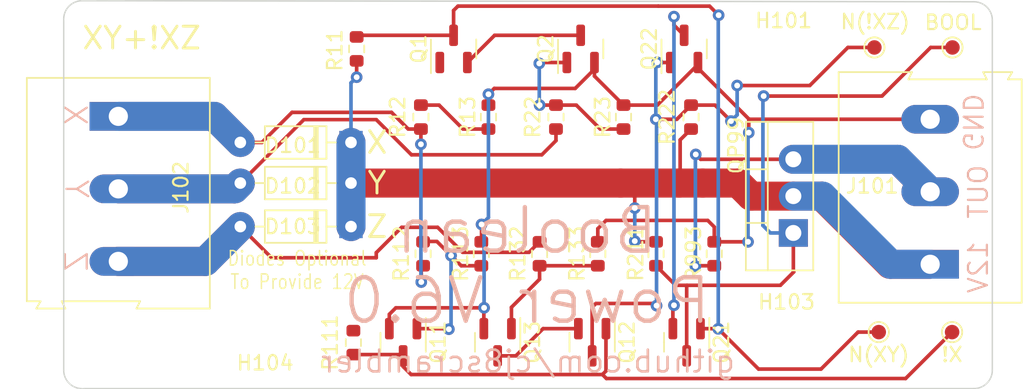
<source format=kicad_pcb>
(kicad_pcb (version 20211014) (generator pcbnew)
  (layers (0 "F.Cu" signal) (31 "B.Cu" signal) (34 "B.Paste" user) (35 "F.Paste" user) (36 "B.SilkS" user "B.Silkscreen") (37 "F.SilkS" user "F.Silkscreen") (38 "B.Mask" user) (39 "F.Mask" user) (44 "Edge.Cuts" user))
  (net 0 "")
  (net 1 "X")
  (net 2 "Y")
  (net 3 "+12V")
  (net 4 "OUT")
  (net 5 "GND")
  (net 6 "BOOLEAN")
  (net 7 "Z")
  (net 8 "Net-(Q11-Pad1)")
  (net 9 "Net-(Q12-Pad1)")
  (net 10 "Net-(Q12-Pad2)")
  (net 11 "Net-(Q12-Pad3)")
  (net 12 "Net-(Q13-Pad1)")
  (net 13 "Net-(Q21-Pad2)")
  (net 14 "Net-(Q1-Pad1)")
  (net 15 "Net-(Q2-Pad3)")
  (net 16 "Net-(Q1-Pad3)")
  (net 17 "Net-(Q2-Pad1)")
  (footprint "Resistor_SMD:R_0603_1608Metric" (layer "F.Cu") (at 134.875 96.85 90)
    (fp_text reference "R13" (at 0 -1.43 90) (layer "F.SilkS"))
    (fp_text value "10K")
    (fp_line (start -0.237258 0.5225) (end 0.237258 0.5225) (layer "F.SilkS") (width 0.12))
    (fp_line (start -0.237258 -0.5225) (end 0.237258 -0.5225) (layer "F.SilkS") (width 0.12))
    (pad "1" smd roundrect locked (at -0.825 0 90) (size 0.8 0.95) (layers "F.Cu" "F.Paste" "F.Mask") (net 14 "Net-(Q1-Pad1)"))
    (pad "2" smd roundrect locked (at 0.825 0 90) (size 0.8 0.95) (layers "F.Cu" "F.Paste" "F.Mask") (net 5 "GND"))
  )
  (footprint "Resistor_SMD:R_0603_1608Metric" (layer "F.Cu") (at 125.8 92.15 90)
    (fp_text reference "R11" (at -0.1 -1.5 90) (layer "F.SilkS"))
    (fp_text value "10K")
    (fp_line (start -0.237258 0.5225) (end 0.237258 0.5225) (layer "F.SilkS") (width 0.12))
    (fp_line (start -0.237258 -0.5225) (end 0.237258 -0.5225) (layer "F.SilkS") (width 0.12))
    (pad "1" smd roundrect locked (at -0.825 0 90) (size 0.8 0.95) (layers "F.Cu" "F.Paste" "F.Mask") (net 3 "+12V"))
    (pad "2" smd roundrect locked (at 0.825 0 90) (size 0.8 0.95) (layers "F.Cu" "F.Paste" "F.Mask") (net 16 "Net-(Q1-Pad3)"))
  )
  (footprint "TestPoint:TestPoint_Pad_D1.0mm" (layer "F.Cu") (at 161.75 111.675)
    (fp_text reference "TP101")
    (fp_text value "N(XY)" (at 0 1.55) (layer "F.SilkS"))
    (fp_circle (center 0 0) (end 0 0.7) (layer "F.SilkS") (width 0.12) (fill none))
    (pad "1" smd circle locked (at 0 0) (size 1 1) (layers "F.Cu" "F.Mask") (net 16 "Net-(Q1-Pad3)"))
  )
  (footprint "Package_TO_SOT_SMD:SOT-23" (layer "F.Cu") (at 129 112.375 -90)
    (fp_text reference "Q11" (at 0 -2.4 90) (layer "F.SilkS"))
    (fp_text value "BS170F")
    (fp_line (start 0 -1.56) (end 0.65 -1.56) (layer "F.SilkS") (width 0.12))
    (fp_line (start 0 1.56) (end -0.65 1.56) (layer "F.SilkS") (width 0.12))
    (fp_line (start 0 -1.56) (end -1.675 -1.56) (layer "F.SilkS") (width 0.12))
    (fp_line (start 0 1.56) (end 0.65 1.56) (layer "F.SilkS") (width 0.12))
    (pad "1" smd roundrect locked (at -0.9375 -0.95 270) (size 1.475 0.6) (layers "F.Cu" "F.Paste" "F.Mask") (net 8 "Net-(Q11-Pad1)"))
    (pad "2" smd roundrect locked (at -0.9375 0.95 270) (size 1.475 0.6) (layers "F.Cu" "F.Paste" "F.Mask") (net 5 "GND"))
    (pad "3" smd roundrect locked (at 0.9375 0 270) (size 1.475 0.6) (layers "F.Cu" "F.Paste" "F.Mask") (net 9 "Net-(Q12-Pad1)"))
  )
  (footprint "Resistor_SMD:R_0603_1608Metric" (layer "F.Cu") (at 138.395 106.275 -90)
    (fp_text reference "R132" (at 0 1.5 90) (layer "F.SilkS"))
    (fp_text value "512")
    (fp_line (start -0.237258 0.5225) (end 0.237258 0.5225) (layer "F.SilkS") (width 0.12))
    (fp_line (start -0.237258 -0.5225) (end 0.237258 -0.5225) (layer "F.SilkS") (width 0.12))
    (pad "1" smd roundrect locked (at -0.825 0 270) (size 0.8 0.95) (layers "F.Cu" "F.Paste" "F.Mask") (net 7 "Z"))
    (pad "2" smd roundrect locked (at 0.825 0 270) (size 0.8 0.95) (layers "F.Cu" "F.Paste" "F.Mask") (net 12 "Net-(Q13-Pad1)"))
  )
  (footprint "Resistor_SMD:R_0603_1608Metric" (layer "F.Cu") (at 150.425 106.275 90)
    (fp_text reference "R993" (at 0 -1.43 90) (layer "F.SilkS"))
    (fp_text value "10K")
    (fp_line (start -0.237258 -0.5225) (end 0.237258 -0.5225) (layer "F.SilkS") (width 0.12))
    (fp_line (start -0.237258 0.5225) (end 0.237258 0.5225) (layer "F.SilkS") (width 0.12))
    (pad "1" smd roundrect locked (at -0.825 0 90) (size 0.8 0.95) (layers "F.Cu" "F.Paste" "F.Mask") (net 4 "OUT"))
    (pad "2" smd roundrect locked (at 0.825 0 90) (size 0.8 0.95) (layers "F.Cu" "F.Paste" "F.Mask") (net 5 "GND"))
  )
  (footprint "Package_TO_SOT_SMD:SOT-23" (layer "F.Cu") (at 132.475 92.15 90)
    (fp_text reference "Q1" (at 0 -2.4 90) (layer "F.SilkS"))
    (fp_text value "BS170F")
    (fp_line (start 0 -1.56) (end 0.65 -1.56) (layer "F.SilkS") (width 0.12))
    (fp_line (start 0 1.56) (end -0.65 1.56) (layer "F.SilkS") (width 0.12))
    (fp_line (start 0 1.56) (end 0.65 1.56) (layer "F.SilkS") (width 0.12))
    (fp_line (start 0 -1.56) (end -1.675 -1.56) (layer "F.SilkS") (width 0.12))
    (pad "1" smd roundrect locked (at -0.9375 -0.95 90) (size 1.475 0.6) (layers "F.Cu" "F.Paste" "F.Mask") (net 14 "Net-(Q1-Pad1)"))
    (pad "2" smd roundrect locked (at -0.9375 0.95 90) (size 1.475 0.6) (layers "F.Cu" "F.Paste" "F.Mask") (net 15 "Net-(Q2-Pad3)"))
    (pad "3" smd roundrect locked (at 0.9375 0 90) (size 1.475 0.6) (layers "F.Cu" "F.Paste" "F.Mask") (net 16 "Net-(Q1-Pad3)"))
  )
  (footprint "Resistor_SMD:R_0603_1608Metric" (layer "F.Cu") (at 148.825 96.85 90)
    (fp_text reference "R222" (at 0 -1.65 90) (layer "F.SilkS"))
    (fp_text value "10K")
    (fp_line (start -0.237258 0.5225) (end 0.237258 0.5225) (layer "F.SilkS") (width 0.12))
    (fp_line (start -0.237258 -0.5225) (end 0.237258 -0.5225) (layer "F.SilkS") (width 0.12))
    (pad "1" smd roundrect locked (at -0.825 0 90) (size 0.8 0.95) (layers "F.Cu" "F.Paste" "F.Mask") (net 3 "+12V"))
    (pad "2" smd roundrect locked (at 0.825 0 90) (size 0.8 0.95) (layers "F.Cu" "F.Paste" "F.Mask") (net 11 "Net-(Q12-Pad3)"))
  )
  (footprint "Resistor_SMD:R_0603_1608Metric" (layer "F.Cu") (at 125.575 112.4 -90)
    (fp_text reference "R111" (at 0 1.6 -270) (layer "F.SilkS"))
    (fp_text value "10K")
    (fp_line (start -0.237258 -0.5225) (end 0.237258 -0.5225) (layer "F.SilkS") (width 0.12))
    (fp_line (start -0.237258 0.5225) (end 0.237258 0.5225) (layer "F.SilkS") (width 0.12))
    (pad "1" smd roundrect locked (at -0.825 0 270) (size 0.8 0.95) (layers "F.Cu" "F.Paste" "F.Mask") (net 3 "+12V"))
    (pad "2" smd roundrect locked (at 0.825 0 270) (size 0.8 0.95) (layers "F.Cu" "F.Paste" "F.Mask") (net 9 "Net-(Q12-Pad1)"))
  )
  (footprint "Package_TO_SOT_SMD:SOT-23" (layer "F.Cu") (at 142.016666 112.375 -90)
    (fp_text reference "Q12" (at 0 -2.4 90) (layer "F.SilkS"))
    (fp_text value "BS170F")
    (fp_line (start 0 1.56) (end -0.65 1.56) (layer "F.SilkS") (width 0.12))
    (fp_line (start 0 1.56) (end 0.65 1.56) (layer "F.SilkS") (width 0.12))
    (fp_line (start 0 -1.56) (end 0.65 -1.56) (layer "F.SilkS") (width 0.12))
    (fp_line (start 0 -1.56) (end -1.675 -1.56) (layer "F.SilkS") (width 0.12))
    (pad "1" smd roundrect locked (at -0.9375 -0.95 270) (size 1.475 0.6) (layers "F.Cu" "F.Paste" "F.Mask") (net 9 "Net-(Q12-Pad1)"))
    (pad "2" smd roundrect locked (at -0.9375 0.95 270) (size 1.475 0.6) (layers "F.Cu" "F.Paste" "F.Mask") (net 10 "Net-(Q12-Pad2)"))
    (pad "3" smd roundrect locked (at 0.9375 0 270) (size 1.475 0.6) (layers "F.Cu" "F.Paste" "F.Mask") (net 11 "Net-(Q12-Pad3)"))
  )
  (footprint "Package_TO_SOT_SMD:SOT-23" (layer "F.Cu") (at 141.225 92.15 90)
    (fp_text reference "Q2" (at 0 -2.4 90) (layer "F.SilkS"))
    (fp_text value "BS170F")
    (fp_line (start 0 1.56) (end 0.65 1.56) (layer "F.SilkS") (width 0.12))
    (fp_line (start 0 -1.56) (end -1.675 -1.56) (layer "F.SilkS") (width 0.12))
    (fp_line (start 0 1.56) (end -0.65 1.56) (layer "F.SilkS") (width 0.12))
    (fp_line (start 0 -1.56) (end 0.65 -1.56) (layer "F.SilkS") (width 0.12))
    (pad "1" smd roundrect locked (at -0.9375 -0.95 90) (size 1.475 0.6) (layers "F.Cu" "F.Paste" "F.Mask") (net 17 "Net-(Q2-Pad1)"))
    (pad "2" smd roundrect locked (at -0.9375 0.95 90) (size 1.475 0.6) (layers "F.Cu" "F.Paste" "F.Mask") (net 5 "GND"))
    (pad "3" smd roundrect locked (at 0.9375 0 90) (size 1.475 0.6) (layers "F.Cu" "F.Paste" "F.Mask") (net 15 "Net-(Q2-Pad3)"))
  )
  (footprint "MountingHole:MountingHole_3.2mm_M3" (layer "F.Cu") (at 119.6 111.5)
    (fp_text reference "H104" (at -0.1 2.3) (layer "F.SilkS"))
    (fp_text value "Hole" hide)
    (pad "" np_thru_hole circle locked (at 0 0) (size 3.2 3.2) (drill 3.2) (layers *.Cu *.Mask))
  )
  (footprint "Resistor_SMD:R_0603_1608Metric" (layer "F.Cu") (at 130.225 96.85 90)
    (fp_text reference "R12" (at 0 -1.6 90) (layer "F.SilkS"))
    (fp_text value "512")
    (fp_line (start -0.237258 -0.5225) (end 0.237258 -0.5225) (layer "F.SilkS") (width 0.12))
    (fp_line (start -0.237258 0.5225) (end 0.237258 0.5225) (layer "F.SilkS") (width 0.12))
    (pad "1" smd roundrect locked (at -0.825 0 90) (size 0.8 0.95) (layers "F.Cu" "F.Paste" "F.Mask") (net 1 "X"))
    (pad "2" smd roundrect locked (at 0.825 0 90) (size 0.8 0.95) (layers "F.Cu" "F.Paste" "F.Mask") (net 14 "Net-(Q1-Pad1)"))
  )
  (footprint "Package_TO_SOT_SMD:SOT-23" (layer "F.Cu") (at 148.525 112.375 -90)
    (fp_text reference "Q21" (at 0 -2.4 90) (layer "F.SilkS"))
    (fp_text value "BS170F")
    (fp_line (start 0 1.56) (end -0.65 1.56) (layer "F.SilkS") (width 0.12))
    (fp_line (start 0 -1.56) (end -1.675 -1.56) (layer "F.SilkS") (width 0.12))
    (fp_line (start 0 -1.56) (end 0.65 -1.56) (layer "F.SilkS") (width 0.12))
    (fp_line (start 0 1.56) (end 0.65 1.56) (layer "F.SilkS") (width 0.12))
    (pad "1" smd roundrect locked (at -0.9375 -0.95 270) (size 1.475 0.6) (layers "F.Cu" "F.Paste" "F.Mask") (net 16 "Net-(Q1-Pad3)"))
    (pad "2" smd roundrect locked (at -0.9375 0.95 270) (size 1.475 0.6) (layers "F.Cu" "F.Paste" "F.Mask") (net 13 "Net-(Q21-Pad2)"))
    (pad "3" smd roundrect locked (at 0.9375 0 270) (size 1.475 0.6) (layers "F.Cu" "F.Paste" "F.Mask") (net 6 "BOOLEAN"))
  )
  (footprint "Resistor_SMD:R_0603_1608Metric" (layer "F.Cu") (at 146.415 106.275 -90)
    (fp_text reference "R211" (at -0.025 1.4 -270) (layer "F.SilkS"))
    (fp_text value "10K")
    (fp_line (start -0.237258 -0.5225) (end 0.237258 -0.5225) (layer "F.SilkS") (width 0.12))
    (fp_line (start -0.237258 0.5225) (end 0.237258 0.5225) (layer "F.SilkS") (width 0.12))
    (pad "1" smd roundrect locked (at -0.825 0 270) (size 0.8 0.95) (layers "F.Cu" "F.Paste" "F.Mask") (net 3 "+12V"))
    (pad "2" smd roundrect locked (at 0.825 0 270) (size 0.8 0.95) (layers "F.Cu" "F.Paste" "F.Mask") (net 6 "BOOLEAN"))
  )
  (footprint "TestPoint:TestPoint_Pad_D1.0mm" (layer "F.Cu") (at 161.45 92.05)
    (fp_text reference "TP103")
    (fp_text value " N(!XZ)" (at -0.325 -1.775) (layer "F.SilkS"))
    (fp_circle (center 0 0) (end 0 0.7) (layer "F.SilkS") (width 0.12) (fill none))
    (pad "1" smd circle locked (at 0 0) (size 1 1) (layers "F.Cu" "F.Mask") (net 11 "Net-(Q12-Pad3)"))
  )
  (footprint "TerminalBlock:TerminalBlock_Altech_AK300-3_P5.00mm" (layer "F.Cu") (at 165.291974 107 90)
    (fp_text reference "J101" (at 5.4 -3.991974) (layer "F.SilkS"))
    (fp_text value "Power")
    (fp_line (start -2.65 -6.3) (end -2.65 6.3) (layer "F.SilkS") (width 0.12))
    (fp_line (start 12.75 5.35) (end 13.25 5.65) (layer "F.SilkS") (width 0.12))
    (fp_line (start 12.75 -1.5) (end 13.25 -1.25) (layer "F.SilkS") (width 0.12))
    (fp_line (start 13.25 -6.3) (end -2.65 -6.3) (layer "F.SilkS") (width 0.12))
    (fp_line (start 12.75 6.3) (end 12.75 5.35) (layer "F.SilkS") (width 0.12))
    (fp_line (start 12.75 3.9) (end 12.75 -1.5) (layer "F.SilkS") (width 0.12))
    (fp_line (start 13.25 -1.25) (end 13.25 -6.3) (layer "F.SilkS") (width 0.12))
    (fp_line (start -2.65 6.3) (end 12.75 6.3) (layer "F.SilkS") (width 0.12))
    (fp_line (start 13.25 5.65) (end 13.25 3.65) (layer "F.SilkS") (width 0.12))
    (fp_line (start 13.25 3.65) (end 12.75 3.9) (layer "F.SilkS") (width 0.12))
    (pad "1" thru_hole rect locked (at 0 0 90) (size 1.98 3.96) (drill 1.32) (layers *.Cu *.Mask) (net 3 "+12V"))
    (pad "2" thru_hole oval locked (at 5 0 90) (size 1.98 3.96) (drill 1.32) (layers *.Cu *.Mask) (net 4 "OUT"))
    (pad "3" thru_hole oval locked (at 10 0 90) (size 1.98 3.96) (drill 1.32) (layers *.Cu *.Mask) (net 5 "GND"))
  )
  (footprint "Diode_THT:D_DO-35_SOD27_P7.62mm_Horizontal" (layer "F.Cu") (at 125.41 104.4 180)
    (fp_text reference "D103" (at 4.01 0) (layer "F.SilkS"))
    (fp_text value "DNP")
    (fp_line (start 1.04 0) (end 1.69 0) (layer "F.SilkS") (width 0.12))
    (fp_line (start 5.93 -1.12) (end 1.69 -1.12) (layer "F.SilkS") (width 0.12))
    (fp_line (start 1.69 -1.12) (end 1.69 1.12) (layer "F.SilkS") (width 0.12))
    (fp_line (start 2.41 -1.12) (end 2.41 1.12) (layer "F.SilkS") (width 0.12))
    (fp_line (start 2.29 -1.12) (end 2.29 1.12) (layer "F.SilkS") (width 0.12))
    (fp_line (start 6.58 0) (end 5.93 0) (layer "F.SilkS") (width 0.12))
    (fp_line (start 1.69 1.12) (end 5.93 1.12) (layer "F.SilkS") (width 0.12))
    (fp_line (start 5.93 1.12) (end 5.93 -1.12) (layer "F.SilkS") (width 0.12))
    (fp_line (start 2.53 -1.12) (end 2.53 1.12) (layer "F.SilkS") (width 0.12))
    (pad "1" thru_hole rect locked (at 0 0 180) (size 1.6 1.6) (drill 0.8) (layers *.Cu *.Mask) (net 3 "+12V"))
    (pad "2" thru_hole oval locked (at 7.62 0 180) (size 1.6 1.6) (drill 0.8) (layers *.Cu *.Mask) (net 7 "Z"))
  )
  (footprint "TerminalBlock:TerminalBlock_Altech_AK300-3_P5.00mm" (layer "F.Cu") (at 109.39 96.8 -90)
    (fp_text reference "J102" (at 4.9 -4.31 90) (layer "F.SilkS"))
    (fp_text value "Inputs")
    (fp_line (start 12.75 5.35) (end 13.25 5.65) (layer "F.SilkS") (width 0.12))
    (fp_line (start 12.75 6.3) (end 12.75 5.35) (layer "F.SilkS") (width 0.12))
    (fp_line (start 13.25 -6.3) (end -2.65 -6.3) (layer "F.SilkS") (width 0.12))
    (fp_line (start -2.65 6.3) (end 12.75 6.3) (layer "F.SilkS") (width 0.12))
    (fp_line (start 12.75 -1.5) (end 13.25 -1.25) (layer "F.SilkS") (width 0.12))
    (fp_line (start 13.25 5.65) (end 13.25 3.65) (layer "F.SilkS") (width 0.12))
    (fp_line (start -2.65 -6.3) (end -2.65 6.3) (layer "F.SilkS") (width 0.12))
    (fp_line (start 13.25 3.65) (end 12.75 3.9) (layer "F.SilkS") (width 0.12))
    (fp_line (start 12.75 3.9) (end 12.75 -1.5) (layer "F.SilkS") (width 0.12))
    (fp_line (start 13.25 -1.25) (end 13.25 -6.3) (layer "F.SilkS") (width 0.12))
    (pad "1" thru_hole rect locked (at 0 0 270) (size 1.98 3.96) (drill 1.32) (layers *.Cu *.Mask) (net 1 "X"))
    (pad "2" thru_hole oval locked (at 5 0 270) (size 1.98 3.96) (drill 1.32) (layers *.Cu *.Mask) (net 2 "Y"))
    (pad "3" thru_hole oval locked (at 10 0 270) (size 1.98 3.96) (drill 1.32) (layers *.Cu *.Mask) (net 7 "Z"))
  )
  (footprint "Resistor_SMD:R_0603_1608Metric" (layer "F.Cu") (at 144.175 96.85 90)
    (fp_text reference "R23" (at 0 -1.43 90) (layer "F.SilkS"))
    (fp_text value "10K")
    (fp_line (start -0.237258 -0.5225) (end 0.237258 -0.5225) (layer "F.SilkS") (width 0.12))
    (fp_line (start -0.237258 0.5225) (end 0.237258 0.5225) (layer "F.SilkS") (width 0.12))
    (pad "1" smd roundrect locked (at -0.825 0 90) (size 0.8 0.95) (layers "F.Cu" "F.Paste" "F.Mask") (net 17 "Net-(Q2-Pad1)"))
    (pad "2" smd roundrect locked (at 0.825 0 90) (size 0.8 0.95) (layers "F.Cu" "F.Paste" "F.Mask") (net 5 "GND"))
  )
  (footprint "Package_TO_SOT_THT:TO-220-3_Vertical" (layer "F.Cu") (at 155.87 104.84 90)
    (fp_text reference "QP99" (at 6.04 -3.945 90) (layer "F.SilkS"))
    (fp_text value "Q_NMOS_GDS" hide)
    (fp_line (start 0.69 -3.27) (end 0.69 -1.76) (layer "F.SilkS") (width 0.12))
    (fp_line (start -2.58 -3.27) (end -2.58 1.371) (layer "F.SilkS") (width 0.12))
    (fp_line (start 4.391 -3.27) (end 4.391 -1.76) (layer "F.SilkS") (width 0.12))
    (fp_line (start -2.58 -1.76) (end 7.66 -1.76) (layer "F.SilkS") (width 0.12))
    (fp_line (start -2.58 -3.27) (end 7.66 -3.27) (layer "F.SilkS") (width 0.12))
    (fp_line (start -2.58 1.371) (end 7.66 1.371) (layer "F.SilkS") (width 0.12))
    (fp_line (start 7.66 -3.27) (end 7.66 1.371) (layer "F.SilkS") (width 0.12))
    (pad "1" thru_hole rect locked (at 0 0 90) (size 1.905 2) (drill 1.1) (layers *.Cu *.Mask) (net 6 "BOOLEAN"))
    (pad "2" thru_hole oval locked (at 2.54 0 90) (size 1.905 2) (drill 1.1) (layers *.Cu *.Mask) (net 3 "+12V"))
    (pad "3" thru_hole oval locked (at 5.08 0 90) (size 1.905 2) (drill 1.1) (layers *.Cu *.Mask) (net 4 "OUT"))
  )
  (footprint "MountingHole:MountingHole_3.2mm_M3" (layer "F.Cu") (at 119.6 93)
    (fp_text reference "H102" hide)
    (fp_text value "Hole" hide)
    (pad "" np_thru_hole circle locked (at 0 0) (size 3.2 3.2) (drill 3.2) (layers *.Cu *.Mask))
  )
  (footprint "TestPoint:TestPoint_Pad_D1.0mm" (layer "F.Cu") (at 166.825 92.05)
    (fp_text reference "TP104")
    (fp_text value locked "BOOLEAN")
    (fp_circle (center 0 0) (end 0 0.7) (layer "F.SilkS") (width 0.12) (fill none))
    (pad "1" smd circle locked (at 0 0) (size 1 1) (layers "F.Cu" "F.Mask") (net 6 "BOOLEAN"))
  )
  (footprint "Package_TO_SOT_SMD:SOT-23" (layer "F.Cu") (at 148.35 92.15 90)
    (fp_text reference "Q22" (at 0 -2.4 90) (layer "F.SilkS"))
    (fp_text value "BS170F")
    (fp_line (start 0 -1.56) (end -1.675 -1.56) (layer "F.SilkS") (width 0.12))
    (fp_line (start 0 1.56) (end -0.65 1.56) (layer "F.SilkS") (width 0.12))
    (fp_line (start 0 -1.56) (end 0.65 -1.56) (layer "F.SilkS") (width 0.12))
    (fp_line (start 0 1.56) (end 0.65 1.56) (layer "F.SilkS") (width 0.12))
    (pad "1" smd roundrect locked (at -0.9375 -0.95 90) (size 1.475 0.6) (layers "F.Cu" "F.Paste" "F.Mask") (net 11 "Net-(Q12-Pad3)"))
    (pad "2" smd roundrect locked (at -0.9375 0.95 90) (size 1.475 0.6) (layers "F.Cu" "F.Paste" "F.Mask") (net 5 "GND"))
    (pad "3" smd roundrect locked (at 0.9375 0 90) (size 1.475 0.6) (layers "F.Cu" "F.Paste" "F.Mask") (net 13 "Net-(Q21-Pad2)"))
  )
  (footprint "Diode_THT:D_DO-35_SOD27_P7.62mm_Horizontal" (layer "F.Cu") (at 125.41 98.6 180)
    (fp_text reference "D101" (at 4.01 -0.2) (layer "F.SilkS"))
    (fp_text value "DNP")
    (fp_line (start 1.69 1.12) (end 5.93 1.12) (layer "F.SilkS") (width 0.12))
    (fp_line (start 5.93 -1.12) (end 1.69 -1.12) (layer "F.SilkS") (width 0.12))
    (fp_line (start 5.93 1.12) (end 5.93 -1.12) (layer "F.SilkS") (width 0.12))
    (fp_line (start 2.41 -1.12) (end 2.41 1.12) (layer "F.SilkS") (width 0.12))
    (fp_line (start 1.04 0) (end 1.69 0) (layer "F.SilkS") (width 0.12))
    (fp_line (start 2.29 -1.12) (end 2.29 1.12) (layer "F.SilkS") (width 0.12))
    (fp_line (start 2.53 -1.12) (end 2.53 1.12) (layer "F.SilkS") (width 0.12))
    (fp_line (start 6.58 0) (end 5.93 0) (layer "F.SilkS") (width 0.12))
    (fp_line (start 1.69 -1.12) (end 1.69 1.12) (layer "F.SilkS") (width 0.12))
    (pad "1" thru_hole rect locked (at 0 0 180) (size 1.6 1.6) (drill 0.8) (layers *.Cu *.Mask) (net 3 "+12V"))
    (pad "2" thru_hole oval locked (at 7.62 0 180) (size 1.6 1.6) (drill 0.8) (layers *.Cu *.Mask) (net 1 "X"))
  )
  (footprint "Diode_THT:D_DO-35_SOD27_P7.62mm_Horizontal" (layer "F.Cu") (at 125.41 101.4 180)
    (fp_text reference "D102" (at 4.01 -0.2) (layer "F.SilkS"))
    (fp_text value "DNP")
    (fp_line (start 5.93 -1.12) (end 1.69 -1.12) (layer "F.SilkS") (width 0.12))
    (fp_line (start 1.69 -1.12) (end 1.69 1.12) (layer "F.SilkS") (width 0.12))
    (fp_line (start 5.93 1.12) (end 5.93 -1.12) (layer "F.SilkS") (width 0.12))
    (fp_line (start 2.41 -1.12) (end 2.41 1.12) (layer "F.SilkS") (width 0.12))
    (fp_line (start 6.58 0) (end 5.93 0) (layer "F.SilkS") (width 0.12))
    (fp_line (start 1.69 1.12) (end 5.93 1.12) (layer "F.SilkS") (width 0.12))
    (fp_line (start 1.04 0) (end 1.69 0) (layer "F.SilkS") (width 0.12))
    (fp_line (start 2.29 -1.12) (end 2.29 1.12) (layer "F.SilkS") (width 0.12))
    (fp_line (start 2.53 -1.12) (end 2.53 1.12) (layer "F.SilkS") (width 0.12))
    (pad "1" thru_hole rect locked (at 0 0 180) (size 1.6 1.6) (drill 0.8) (layers *.Cu *.Mask) (net 3 "+12V"))
    (pad "2" thru_hole oval locked (at 7.62 0 180) (size 1.6 1.6) (drill 0.8) (layers *.Cu *.Mask) (net 2 "Y"))
  )
  (footprint "Resistor_SMD:R_0603_1608Metric" (layer "F.Cu") (at 134.385 106.275 90)
    (fp_text reference "R113" (at 0 -1.43 90) (layer "F.SilkS"))
    (fp_text value "10K")
    (fp_line (start -0.237258 0.5225) (end 0.237258 0.5225) (layer "F.SilkS") (width 0.12))
    (fp_line (start -0.237258 -0.5225) (end 0.237258 -0.5225) (layer "F.SilkS") (width 0.12))
    (pad "1" smd roundrect locked (at -0.825 0 90) (size 0.8 0.95) (layers "F.Cu" "F.Paste" "F.Mask") (net 8 "Net-(Q11-Pad1)"))
    (pad "2" smd roundrect locked (at 0.825 0 90) (size 0.8 0.95) (layers "F.Cu" "F.Paste" "F.Mask") (net 5 "GND"))
  )
  (footprint "Resistor_SMD:R_0603_1608Metric" (layer "F.Cu") (at 139.525 96.85 90)
    (fp_text reference "R22" (at 0 -1.6 90) (layer "F.SilkS"))
    (fp_text value "512")
    (fp_line (start -0.237258 -0.5225) (end 0.237258 -0.5225) (layer "F.SilkS") (width 0.12))
    (fp_line (start -0.237258 0.5225) (end 0.237258 0.5225) (layer "F.SilkS") (width 0.12))
    (pad "1" smd roundrect locked (at -0.825 0 90) (size 0.8 0.95) (layers "F.Cu" "F.Paste" "F.Mask") (net 2 "Y"))
    (pad "2" smd roundrect locked (at 0.825 0 90) (size 0.8 0.95) (layers "F.Cu" "F.Paste" "F.Mask") (net 17 "Net-(Q2-Pad1)"))
  )
  (footprint "Package_TO_SOT_SMD:SOT-23" (layer "F.Cu") (at 135.508333 112.375 -90)
    (fp_text reference "Q13" (at 0 -2.4 90) (layer "F.SilkS"))
    (fp_text value "BS170F")
    (fp_line (start 0 -1.56) (end -1.675 -1.56) (layer "F.SilkS") (width 0.12))
    (fp_line (start 0 1.56) (end -0.65 1.56) (layer "F.SilkS") (width 0.12))
    (fp_line (start 0 1.56) (end 0.65 1.56) (layer "F.SilkS") (width 0.12))
    (fp_line (start 0 -1.56) (end 0.65 -1.56) (layer "F.SilkS") (width 0.12))
    (pad "1" smd roundrect locked (at -0.9375 -0.95 270) (size 1.475 0.6) (layers "F.Cu" "F.Paste" "F.Mask") (net 12 "Net-(Q13-Pad1)"))
    (pad "2" smd roundrect locked (at -0.9375 0.95 270) (size 1.475 0.6) (layers "F.Cu" "F.Paste" "F.Mask") (net 5 "GND"))
    (pad "3" smd roundrect locked (at 0.9375 0 270) (size 1.475 0.6) (layers "F.Cu" "F.Paste" "F.Mask") (net 10 "Net-(Q12-Pad2)"))
  )
  (footprint "MountingHole:MountingHole_3.2mm_M3" (layer "F.Cu") (at 155.291974 92.6)
    (fp_text reference "H101" (at -0.091974 -2.4) (layer "F.SilkS"))
    (fp_text value "Hole" hide)
    (pad "" np_thru_hole circle locked (at 0 0) (size 3.2 3.2) (drill 3.2) (layers *.Cu *.Mask))
  )
  (footprint "Resistor_SMD:R_0603_1608Metric" (layer "F.Cu") (at 130.375 106.275 90)
    (fp_text reference "R112" (at 0 -1.5 90) (layer "F.SilkS"))
    (fp_text value "512")
    (fp_line (start -0.237258 -0.5225) (end 0.237258 -0.5225) (layer "F.SilkS") (width 0.12))
    (fp_line (start -0.237258 0.5225) (end 0.237258 0.5225) (layer "F.SilkS") (width 0.12))
    (pad "1" smd roundrect locked (at -0.825 0 90) (size 0.8 0.95) (layers "F.Cu" "F.Paste" "F.Mask") (net 1 "X"))
    (pad "2" smd roundrect locked (at 0.825 0 90) (size 0.8 0.95) (layers "F.Cu" "F.Paste" "F.Mask") (net 8 "Net-(Q11-Pad1)"))
  )
  (footprint "Resistor_SMD:R_0603_1608Metric" (layer "F.Cu") (at 142.405 106.275 90)
    (fp_text reference "R133" (at 0 -1.43 90) (layer "F.SilkS"))
    (fp_text value "10K")
    (fp_line (start -0.237258 0.5225) (end 0.237258 0.5225) (layer "F.SilkS") (width 0.12))
    (fp_line (start -0.237258 -0.5225) (end 0.237258 -0.5225) (layer "F.SilkS") (width 0.12))
    (pad "1" smd roundrect locked (at -0.825 0 90) (size 0.8 0.95) (layers "F.Cu" "F.Paste" "F.Mask") (net 12 "Net-(Q13-Pad1)"))
    (pad "2" smd roundrect locked (at 0.825 0 90) (size 0.8 0.95) (layers "F.Cu" "F.Paste" "F.Mask") (net 5 "GND"))
  )
  (footprint "TestPoint:TestPoint_Pad_D1.0mm" (layer "F.Cu") (at 166.8 111.675)
    (fp_text reference "TP102")
    (fp_text value "!X" (at 0 1.55) (layer "F.SilkS"))
    (fp_circle (center 0 0) (end 0 0.7) (layer "F.SilkS") (width 0.12) (fill none))
    (pad "1" smd circle locked (at 0 0) (size 1 1) (layers "F.Cu" "F.Mask") (net 9 "Net-(Q12-Pad1)"))
  )
  (footprint "MountingHole:MountingHole_3.2mm_M3" (layer "F.Cu") (at 155.491974 112)
    (fp_text reference "H103" (at -0.091974 -2.4) (layer "F.SilkS"))
    (fp_text value "Hole" hide)
    (pad "" np_thru_hole circle locked (at 0 0) (size 3.2 3.2) (drill 3.2) (layers *.Cu *.Mask))
  )
  (gr_arc (start 169.571974 114.3) (mid 169.2 115.198026) (end 168.301974 115.57) (layer "Edge.Cuts") (width 0.1))
  (gr_arc (start 168.301974 88.9) (mid 169.2 89.271974) (end 169.571974 90.17) (layer "Edge.Cuts") (width 0.1))
  (gr_line (start 106.898026 88.828026) (end 168.301974 88.9) (layer "Edge.Cuts") (width 0.1))
  (gr_line (start 169.571974 90.17) (end 169.571974 114.3) (layer "Edge.Cuts") (width 0.1))
  (gr_arc (start 105.628026 90.098026) (mid 106 89.2) (end 106.898026 88.828026) (layer "Edge.Cuts") (width 0.1))
  (gr_arc (start 106.898026 115.571974) (mid 106 115.2) (end 105.628026 114.301974) (layer "Edge.Cuts") (width 0.1))
  (gr_line (start 105.628026 114.301974) (end 105.628026 90.171974) (layer "Edge.Cuts") (width 0.1))
  (gr_line (start 168.301974 115.57) (end 107 115.57) (layer "Edge.Cuts") (width 0.1))
  (gr_text "Y" (at 106.5 101.8 270) (layer "B.SilkS") (effects (font (size 1.5 1.5)) (justify mirror)))
  (gr_text "Boolean\nPower V6.0" (at 137.525 107.1) (layer "B.SilkS") (effects (font (size 3 3) (thickness 0.3)) (justify mirror)))
  (gr_text "Z" (at 106.4 106.8 270) (layer "B.SilkS") (effects (font (size 1.5 1.5)) (justify mirror)))
  (gr_text "12V" (at 168.6 107.2 90) (layer "B.SilkS") (effects (font (size 1.3 1.3)) (justify mirror)))
  (gr_text "X" (at 106.4 96.7 270) (layer "B.SilkS") (effects (font (size 1.5 1.5)) (justify mirror)))
  (gr_text "github.com/cj8scrambler" (at 137.6 113.7) (layer "B.SilkS") (effects (font (size 1.5 1.5) (thickness 0.18)) (justify mirror)))
  (gr_text "GND" (at 168.2 97.2 270) (layer "B.SilkS") (effects (font (size 1.3 1.3)) (justify mirror)))
  (gr_text "OUT" (at 168.6 102 90) (layer "B.SilkS") (effects (font (size 1.3 1.3)) (justify mirror)))
  (gr_text "Diodes Optional\nTo Provide 12V" (at 121.7 107.4) (layer "F.SilkS") (effects (font (size 1 0.8) (thickness 0.1))))
  (gr_text "BOOL" (at 166.875 90.325) (layer "F.SilkS") (effects (font (size 1 1))))
  (gr_text "XY+!XZ" (at 111 91.4) (layer "F.SilkS") (effects (font (size 1.5 1.5) (thickness 0.2))))
  (gr_text "X" (at 127.2 98.6) (layer "F.SilkS") (effects (font (size 1.5 1.5) (thickness 0.2))))
  (gr_text "Z" (at 127.2 104.4) (layer "F.SilkS") (effects (font (size 1.5 1.5) (thickness 0.2))))
  (gr_text "Y" (at 127.2 101.4) (layer "F.SilkS") (effects (font (size 1.5 1.5) (thickness 0.2))))
  (segment (start 130.225 97.675) (end 129.35 97.675) (width 0.25) (layer "F.Cu") (net 1))
  (segment (start 129.35 97.675) (end 128.2 96.525) (width 0.25) (layer "F.Cu") (net 1))
  (segment (start 119.275 98.6) (end 117.79 98.6) (width 0.25) (layer "F.Cu") (net 1))
  (segment (start 121.35 96.525) (end 119.275 98.6) (width 0.25) (layer "F.Cu") (net 1))
  (segment (start 130.225 97.675) (end 130.225 98.725) (width 0.25) (layer "F.Cu") (net 1))
  (segment (start 109.39 96.8) (end 115.99 96.8) (width 2) (layer "F.Cu") (net 1))
  (segment (start 130.25 107.225) (end 130.375 107.1) (width 0.25) (layer "F.Cu") (net 1))
  (segment (start 128.2 96.525) (end 121.35 96.525) (width 0.25) (layer "F.Cu") (net 1))
  (segment (start 130.25 108.225) (end 130.25 107.225) (width 0.25) (layer "F.Cu") (net 1))
  (segment (start 115.99 96.8) (end 117.79 98.6) (width 2) (layer "F.Cu") (net 1))
  (via (at 130.25 108.225) (size 0.8) (drill 0.4) (layers "F.Cu" "B.Cu") (net 1))
  (via (at 130.225 98.725) (size 0.8) (drill 0.4) (layers "F.Cu" "B.Cu") (net 1))
  (segment (start 109.39 96.8) (end 115.99 96.8) (width 2) (layer "B.Cu") (net 1))
  (segment (start 130.225 98.725) (end 130.225 108.2) (width 0.25) (layer "B.Cu") (net 1))
  (segment (start 130.225 108.2) (end 130.25 108.225) (width 0.25) (layer "B.Cu") (net 1))
  (segment (start 115.99 96.8) (end 117.79 98.6) (width 2) (layer "B.Cu") (net 1))
  (segment (start 139.525 98.475) (end 139.525 97.675) (width 0.25) (layer "F.Cu") (net 2))
  (segment (start 117.79 101.4) (end 122.165 97.025) (width 0.25) (layer "F.Cu") (net 2))
  (segment (start 127.15 97.025) (end 129.574511 99.449511) (width 0.25) (layer "F.Cu") (net 2))
  (segment (start 138.550489 99.449511) (end 139.525 98.475) (width 0.25) (layer "F.Cu") (net 2))
  (segment (start 129.574511 99.449511) (end 138.550489 99.449511) (width 0.25) (layer "F.Cu") (net 2))
  (segment (start 122.165 97.025) (end 127.15 97.025) (width 0.25) (layer "F.Cu") (net 2))
  (segment (start 117.39 101.8) (end 117.79 101.4) (width 2) (layer "F.Cu") (net 2))
  (segment (start 109.39 101.8) (end 117.39 101.8) (width 2) (layer "F.Cu") (net 2))
  (segment (start 117.39 101.8) (end 117.79 101.4) (width 2) (layer "B.Cu") (net 2))
  (segment (start 109.39 101.8) (end 117.39 101.8) (width 2) (layer "B.Cu") (net 2))
  (segment (start 162.525 107) (end 165.291974 107) (width 2) (layer "F.Cu") (net 3))
  (segment (start 152.95 102.3) (end 155.87 102.3) (width 2) (layer "F.Cu") (net 3))
  (segment (start 149.625 101.4) (end 152.05 101.4) (width 2) (layer "F.Cu") (net 3))
  (segment (start 143.975 101.4) (end 148 101.4) (width 2) (layer "F.Cu") (net 3))
  (segment (start 146.415 105.45) (end 145 105.45) (width 0.25) (layer "F.Cu") (net 3))
  (segment (start 157.825 102.3) (end 162.525 107) (width 2) (layer "F.Cu") (net 3))
  (segment (start 152.05 101.4) (end 152.95 102.3) (width 2) (layer "F.Cu") (net 3))
  (segment (start 155.87 102.3) (end 157.825 102.3) (width 2) (layer "F.Cu") (net 3))
  (segment (start 125.41 98.6) (end 125.41 101.4) (width 2) (layer "F.Cu") (net 3))
  (segment (start 144.95 102.375) (end 143.975 101.4) (width 0.25) (layer "F.Cu") (net 3))
  (segment (start 145 105.45) (end 144.95 105.4) (width 0.25) (layer "F.Cu") (net 3))
  (segment (start 148.075 101.325) (end 148 101.4) (width 0.25) (layer "F.Cu") (net 3))
  (segment (start 148 101.4) (end 149.625 101.4) (width 2) (layer "F.Cu") (net 3))
  (segment (start 125.41 101.4) (end 125.41 104.4) (width 2) (layer "F.Cu") (net 3))
  (segment (start 148.825 97.675) (end 148.075 98.425) (width 0.25) (layer "F.Cu") (net 3))
  (segment (start 148.075 98.425) (end 148.075 101.325) (width 0.25) (layer "F.Cu") (net 3))
  (segment (start 144.95 103.125) (end 144.95 102.375) (width 0.25) (layer "F.Cu") (net 3))
  (segment (start 125.41 101.4) (end 143.975 101.4) (width 2) (layer "F.Cu") (net 3))
  (segment (start 125.8 92.975) (end 125.8 94.1) (width 0.25) (layer "F.Cu") (net 3))
  (via (at 144.95 105.4) (size 0.8) (drill 0.4) (layers "F.Cu" "B.Cu") (net 3))
  (via (at 125.8 94.1) (size 0.8) (drill 0.4) (layers "F.Cu" "B.Cu") (net 3))
  (via (at 144.95 103.125) (size 0.8) (drill 0.4) (layers "F.Cu" "B.Cu") (net 3))
  (segment (start 157.875 102.3) (end 162.575 107) (width 2) (layer "B.Cu") (net 3))
  (segment (start 144.95 105.4) (end 144.95 103.125) (width 0.25) (layer "B.Cu") (net 3))
  (segment (start 162.575 107) (end 165.291974 107) (width 2) (layer "B.Cu") (net 3))
  (segment (start 125.41 98.6) (end 125.41 101.4) (width 2) (layer "B.Cu") (net 3))
  (segment (start 125.41 101.4) (end 125.41 104.4) (width 2) (layer "B.Cu") (net 3))
  (segment (start 125.8 94.1) (end 125.41 94.49) (width 0.25) (layer "B.Cu") (net 3))
  (segment (start 155.87 102.3) (end 157.875 102.3) (width 2) (layer "B.Cu") (net 3))
  (segment (start 125.41 94.49) (end 125.41 98.6) (width 0.25) (layer "B.Cu") (net 3))
  (segment (start 149.15 107.1) (end 149.125 107.125) (width 0.25) (layer "F.Cu") (net 4))
  (segment (start 149.485 99.76) (end 155.87 99.76) (width 0.25) (layer "F.Cu") (net 4))
  (segment (start 163.051974 99.76) (end 165.291974 102) (width 2) (layer "F.Cu") (net 4))
  (segment (start 149.15 99.425) (end 149.485 99.76) (width 0.25) (layer "F.Cu") (net 4))
  (segment (start 155.87 99.76) (end 163.051974 99.76) (width 2) (layer "F.Cu") (net 4))
  (segment (start 150.425 107.1) (end 149.15 107.1) (width 0.25) (layer "F.Cu") (net 4))
  (via (at 149.15 99.425) (size 0.8) (drill 0.4) (layers "F.Cu" "B.Cu") (net 4))
  (via (at 149.125 107.125) (size 0.8) (drill 0.4) (layers "F.Cu" "B.Cu") (net 4))
  (segment (start 163.06 99.76) (end 155.87 99.76) (width 2) (layer "B.Cu") (net 4))
  (segment (start 165.291974 102) (end 165.291974 101.991974) (width 2) (layer "B.Cu") (net 4))
  (segment (start 149.125 99.45) (end 149.15 99.425) (width 0.25) (layer "B.Cu") (net 4))
  (segment (start 165.291974 101.991974) (end 163.06 99.76) (width 2) (layer "B.Cu") (net 4))
  (segment (start 149.125 107.125) (end 149.125 99.45) (width 0.25) (layer "B.Cu") (net 4))
  (segment (start 134.875 96.025) (end 134.875 95.275) (width 0.25) (layer "F.Cu") (net 5))
  (segment (start 142.175 93.0875) (end 142.175 93.55) (width 0.25) (layer "F.Cu") (net 5))
  (segment (start 152.825 97) (end 165.291974 97) (width 0.25) (layer "F.Cu") (net 5))
  (segment (start 134.4 105.435) (end 134.385 105.45) (width 0.25) (layer "F.Cu") (net 5))
  (segment (start 150.425 105.45) (end 152.75 105.45) (width 0.25) (layer "F.Cu") (net 5))
  (segment (start 149.975 103.975) (end 150.425 104.425) (width 0.25) (layer "F.Cu") (net 5))
  (segment (start 149.3 93.225) (end 149.3 93.0875) (width 0.25) (layer "F.Cu") (net 5))
  (segment (start 142.405 104.545) (end 142.975 103.975) (width 0.25) (layer "F.Cu") (net 5))
  (segment (start 134.558333 110.016667) (end 134.575 110) (width 0.25) (layer "F.Cu") (net 5))
  (segment (start 142.405 105.45) (end 142.405 104.545) (width 0.25) (layer "F.Cu") (net 5))
  (segment (start 150.425 104.425) (end 150.425 105.45) (width 0.25) (layer "F.Cu") (net 5))
  (segment (start 142.975 103.975) (end 149.975 103.975) (width 0.25) (layer "F.Cu") (net 5))
  (segment (start 149.3 93.475) (end 152.825 97) (width 0.25) (layer "F.Cu") (net 5))
  (segment (start 128.5 110) (end 134.575 110) (width 0.25) (layer "F.Cu") (net 5))
  (segment (start 146.5 96.025) (end 149.3 93.225) (width 0.25) (layer "F.Cu") (net 5))
  (segment (start 134.558333 111.4375) (end 134.558333 110.016667) (width 0.25) (layer "F.Cu") (net 5))
  (segment (start 142.175 93.55) (end 140.85 94.875) (width 0.25) (layer "F.Cu") (net 5))
  (segment (start 128.05 111.4375) (end 128.05 110.45) (width 0.25) (layer "F.Cu") (net 5))
  (segment (start 134.4 104.25) (end 134.4 105.435) (width 0.25) (layer "F.Cu") (net 5))
  (segment (start 140.85 94.875) (end 135.275 94.875) (width 0.25) (layer "F.Cu") (net 5))
  (segment (start 152.8 97.925) (end 152.8 97.025) (width 0.25) (layer "F.Cu") (net 5))
  (segment (start 144.175 96.025) (end 146.5 96.025) (width 0.25) (layer "F.Cu") (net 5))
  (segment (start 128.05 110.45) (end 128.5 110) (width 0.25) (layer "F.Cu") (net 5))
  (segment (start 142.175 94.025) (end 144.175 96.025) (width 0.25) (layer "F.Cu") (net 5))
  (segment (start 149.3 93.0875) (end 149.3 93.475) (width 0.25) (layer "F.Cu") (net 5))
  (segment (start 135.275 94.875) (end 134.875 95.275) (width 0.25) (layer "F.Cu") (net 5))
  (segment (start 152.8 97.025) (end 152.825 97) (width 0.25) (layer "F.Cu") (net 5))
  (segment (start 142.175 93.0875) (end 142.175 94.025) (width 0.25) (layer "F.Cu") (net 5))
  (via (at 152.75 105.45) (size 0.8) (drill 0.4) (layers "F.Cu" "B.Cu") (net 5))
  (via (at 152.8 97.925) (size 0.8) (drill 0.4) (layers "F.Cu" "B.Cu") (net 5))
  (via (at 134.875 95.275) (size 0.8) (drill 0.4) (layers "F.Cu" "B.Cu") (net 5))
  (via (at 134.575 110) (size 0.8) (drill 0.4) (layers "F.Cu" "B.Cu") (net 5))
  (via (at 134.4 104.25) (size 0.8) (drill 0.4) (layers "F.Cu" "B.Cu") (net 5))
  (segment (start 152.75 97.975) (end 152.8 97.925) (width 0.25) (layer "B.Cu") (net 5))
  (segment (start 152.75 105.45) (end 152.75 97.975) (width 0.25) (layer "B.Cu") (net 5))
  (segment (start 134.575 110) (end 134.575 104.425) (width 0.25) (layer "B.Cu") (net 5))
  (segment (start 134.875 103.775) (end 134.4 104.25) (width 0.25) (layer "B.Cu") (net 5))
  (segment (start 134.875 95.275) (end 134.875 103.775) (width 0.25) (layer "B.Cu") (net 5))
  (segment (start 134.575 104.425) (end 134.4 104.25) (width 0.25) (layer "B.Cu") (net 5))
  (segment (start 147.765 108.45) (end 148.55 108.45) (width 0.25) (layer "F.Cu") (net 6))
  (segment (start 161.975 95.4) (end 165.325 92.05) (width 0.25) (layer "F.Cu") (net 6))
  (segment (start 154.975 108.45) (end 155.9 107.525) (width 0.25) (layer "F.Cu") (net 6))
  (segment (start 148.525 113.3125) (end 148.525 108.475) (width 0.25) (layer "F.Cu") (net 6))
  (segment (start 155.9 107.525) (end 155.87 107.495) (width 0.25) (layer "F.Cu") (net 6))
  (segment (start 155.87 107.495) (end 155.87 104.84) (width 0.25) (layer "F.Cu") (net 6))
  (segment (start 146.415 107.1) (end 147.765 108.45) (width 0.25) (layer "F.Cu") (net 6))
  (segment (start 148.525 108.475) (end 148.55 108.45) (width 0.25) (layer "F.Cu") (net 6))
  (segment (start 153.825 95.4) (end 161.975 95.4) (width 0.25) (layer "F.Cu") (net 6))
  (segment (start 148.55 108.45) (end 154.975 108.45) (width 0.25) (layer "F.Cu") (net 6))
  (segment (start 165.325 92.05) (end 166.825 92.05) (width 0.25) (layer "F.Cu") (net 6))
  (via (at 153.825 95.4) (size 0.8) (drill 0.4) (layers "F.Cu" "B.Cu") (net 6))
  (segment (start 153.775 104.325) (end 153.775 95.45) (width 0.25) (layer "B.Cu") (net 6))
  (segment (start 154.29 104.84) (end 153.775 104.325) (width 0.25) (layer "B.Cu") (net 6))
  (segment (start 153.775 95.45) (end 153.825 95.4) (width 0.25) (layer "B.Cu") (net 6))
  (segment (start 155.87 104.84) (end 154.29 104.84) (width 0.25) (layer "B.Cu") (net 6))
  (segment (start 131.374614 104.45) (end 128.9 104.45) (width 0.25) (layer "F.Cu") (net 7))
  (segment (start 109.39 106.8) (end 115.39 106.8) (width 2) (layer "F.Cu") (net 7))
  (segment (start 128.9 104.45) (end 127.15 106.2) (width 0.25) (layer "F.Cu") (net 7))
  (segment (start 133.099134 106.17452) (end 131.374614 104.45) (width 0.25) (layer "F.Cu") (net 7))
  (segment (start 119.94 106.55) (end 117.79 104.4) (width 0.25) (layer "F.Cu") (net 7))
  (segment (start 115.39 106.8) (end 117.79 104.4) (width 2) (layer "F.Cu") (net 7))
  (segment (start 127.15 106.2) (end 127.15 106.55) (width 0.25) (layer "F.Cu") (net 7))
  (segment (start 127.15 106.55) (end 119.94 106.55) (width 0.25) (layer "F.Cu") (net 7))
  (segment (start 138.395 105.45) (end 137.67048 106.17452) (width 0.25) (layer "F.Cu") (net 7))
  (segment (start 137.67048 106.17452) (end 133.099134 106.17452) (width 0.25) (layer "F.Cu") (net 7))
  (segment (start 109.39 106.8) (end 115.39 106.8) (width 2) (layer "B.Cu") (net 7))
  (segment (start 115.39 106.8) (end 117.79 104.4) (width 2) (layer "B.Cu") (net 7))
  (segment (start 132.3 106.4) (end 131.325 105.425) (width 0.25) (layer "F.Cu") (net 8))
  (segment (start 132.1125 111.4375) (end 132.15 111.475) (width 0.25) (layer "F.Cu") (net 8))
  (segment (start 131.325 105.425) (end 130.4 105.425) (width 0.25) (layer "F.Cu") (net 8))
  (segment (start 130.4 105.425) (end 130.375 105.45) (width 0.25) (layer "F.Cu") (net 8))
  (segment (start 133 107.1) (end 132.3 106.4) (width 0.25) (layer "F.Cu") (net 8))
  (segment (start 134.385 107.1) (end 133 107.1) (width 0.25) (layer "F.Cu") (net 8))
  (segment (start 129.95 111.4375) (end 132.1125 111.4375) (width 0.25) (layer "F.Cu") (net 8))
  (via (at 132.15 111.475) (size 0.8) (drill 0.4) (layers "F.Cu" "B.Cu") (net 8))
  (via (at 132.3 106.4) (size 0.8) (drill 0.4) (layers "F.Cu" "B.Cu") (net 8))
  (segment (start 132.15 111.475) (end 132.3 111.325) (width 0.25) (layer "B.Cu") (net 8))
  (segment (start 132.3 111.325) (end 132.3 106.4) (width 0.25) (layer "B.Cu") (net 8))
  (segment (start 142.725 114.6) (end 129.55 114.6) (width 0.25) (layer "F.Cu") (net 9))
  (segment (start 129 114.05) (end 129 113.3125) (width 0.25) (layer "F.Cu") (net 9))
  (segment (start 143 114.875) (end 142.725 114.6) (width 0.25) (layer "F.Cu") (net 9))
  (segment (start 142.966666 114.358334) (end 142.725 114.6) (width 0.25) (layer "F.Cu") (net 9))
  (segment (start 166.8 111.675) (end 163.6 114.875) (width 0.25) (layer "F.Cu") (net 9))
  (segment (start 142.966666 111.4375) (end 142.966666 114.358334) (width 0.25) (layer "F.Cu") (net 9))
  (segment (start 129.55 114.6) (end 129 114.05) (width 0.25) (layer "F.Cu") (net 9))
  (segment (start 125.575 113.225) (end 128.9125 113.225) (width 0.25) (layer "F.Cu") (net 9))
  (segment (start 128.9125 113.225) (end 129 113.3125) (width 0.25) (layer "F.Cu") (net 9))
  (segment (start 163.6 114.875) (end 143 114.875) (width 0.25) (layer "F.Cu") (net 9))
  (segment (start 136.7625 113.3125) (end 138.6375 111.4375) (width 0.25) (layer "F.Cu") (net 10))
  (segment (start 135.508333 113.3125) (end 136.7625 113.3125) (width 0.25) (layer "F.Cu") (net 10))
  (segment (start 138.6375 111.4375) (end 141.066666 111.4375) (width 0.25) (layer "F.Cu") (net 10))
  (segment (start 147.4 93.0875) (end 146.5125 93.0875) (width 0.25) (layer "F.Cu") (net 11))
  (segment (start 146.4 97) (end 147.85 97) (width 0.25) (layer "F.Cu") (net 11))
  (segment (start 150.475 96.025) (end 151.575 97.125) (width 0.25) (layer "F.Cu") (net 11))
  (segment (start 148.825 96.025) (end 150.475 96.025) (width 0.25) (layer "F.Cu") (net 11))
  (segment (start 142.016666 113.3125) (end 142.016666 109.958334) (width 0.25) (layer "F.Cu") (net 11))
  (segment (start 147.85 97) (end 148.825 96.025) (width 0.25) (layer "F.Cu") (net 11))
  (segment (start 142.275 109.7) (end 146.3 109.7) (width 0.25) (layer "F.Cu") (net 11))
  (segment (start 146.3 109.7) (end 146.45 109.85) (width 0.25) (layer "F.Cu") (net 11))
  (segment (start 146.5125 93.0875) (end 146.5 93.075) (width 0.25) (layer "F.Cu") (net 11))
  (segment (start 159.625 92.05) (end 161.45 92.05) (width 0.25) (layer "F.Cu") (net 11))
  (segment (start 152 94.675) (end 157 94.675) (width 0.25) (layer "F.Cu") (net 11))
  (segment (start 157 94.675) (end 159.625 92.05) (width 0.25) (layer "F.Cu") (net 11))
  (segment (start 142.016666 109.958334) (end 142.275 109.7) (width 0.25) (layer "F.Cu") (net 11))
  (via (at 146.4 97) (size 0.8) (drill 0.4) (layers "F.Cu" "B.Cu") (net 11))
  (via (at 151.575 97.125) (size 0.8) (drill 0.4) (layers "F.Cu" "B.Cu") (net 11))
  (via (at 146.5 93.075) (size 0.8) (drill 0.4) (layers "F.Cu" "B.Cu") (net 11))
  (via (at 152 94.675) (size 0.8) (drill 0.4) (layers "F.Cu" "B.Cu") (net 11))
  (via (at 146.45 109.85) (size 0.8) (drill 0.4) (layers "F.Cu" "B.Cu") (net 11))
  (segment (start 152 96.7) (end 152 94.675) (width 0.25) (layer "B.Cu") (net 11))
  (segment (start 151.575 97.125) (end 152 96.7) (width 0.25) (layer "B.Cu") (net 11))
  (segment (start 146.45 109.85) (end 146.45 97.05) (width 0.25) (layer "B.Cu") (net 11))
  (segment (start 146.45 97.05) (end 146.4 97) (width 0.25) (layer "B.Cu") (net 11))
  (segment (start 146.5 93.075) (end 146.4 93.175) (width 0.25) (layer "B.Cu") (net 11))
  (segment (start 146.4 93.175) (end 146.4 97) (width 0.25) (layer "B.Cu") (net 11))
  (segment (start 136.458333 109.966667) (end 136.458333 111.4375) (width 0.25) (layer "F.Cu") (net 12))
  (segment (start 138.395 107.1) (end 138.395 108.03) (width 0.25) (layer "F.Cu") (net 12))
  (segment (start 138.395 107.1) (end 142.405 107.1) (width 0.25) (layer "F.Cu") (net 12))
  (segment (start 138.395 108.03) (end 136.458333 109.966667) (width 0.25) (layer "F.Cu") (net 12))
  (segment (start 147.575 111.4375) (end 147.575 109.9) (width 0.25) (layer "F.Cu") (net 13))
  (segment (start 147.65 90.5125) (end 148.35 91.2125) (width 0.25) (layer "F.Cu") (net 13))
  (segment (start 147.575 109.9) (end 147.65 109.825) (width 0.25) (layer "F.Cu") (net 13))
  (segment (start 147.65 89.925) (end 147.65 90.5125) (width 0.25) (layer "F.Cu") (net 13))
  (via (at 147.65 109.825) (size 0.8) (drill 0.4) (layers "F.Cu" "B.Cu") (net 13))
  (via (at 147.65 89.925) (size 0.8) (drill 0.4) (layers "F.Cu" "B.Cu") (net 13))
  (segment (start 147.65 109.825) (end 147.65 89.925) (width 0.25) (layer "B.Cu") (net 13))
  (segment (start 130.225 96.025) (end 131.475 96.025) (width 0.25) (layer "F.Cu") (net 14))
  (segment (start 131.475 96.025) (end 133.125 97.675) (width 0.25) (layer "F.Cu") (net 14))
  (segment (start 133.125 97.675) (end 134.875 97.675) (width 0.25) (layer "F.Cu") (net 14))
  (segment (start 141.225 91.2125) (end 135.3 91.2125) (width 0.25) (layer "F.Cu") (net 15))
  (segment (start 135.3 91.2125) (end 133.425 93.0875) (width 0.25) (layer "F.Cu") (net 15))
  (segment (start 132.475 89.5) (end 132.475 91.2125) (width 0.25) (layer "F.Cu") (net 16))
  (segment (start 149.475 111.4375) (end 150.6875 111.4375) (width 0.25) (layer "F.Cu") (net 16))
  (segment (start 132.475 91.2125) (end 125.9125 91.2125) (width 0.25) (layer "F.Cu") (net 16))
  (segment (start 150.6875 111.4375) (end 150.7 111.45) (width 0.25) (layer "F.Cu") (net 16))
  (segment (start 150.725 89.825) (end 150.100489 89.200489) (width 0.25) (layer "F.Cu") (net 16))
  (segment (start 132.775 89.2) (end 132.475 89.5) (width 0.25) (layer "F.Cu") (net 16))
  (segment (start 146.575489 89.200489) (end 146.575 89.2) (width 0.25) (layer "F.Cu") (net 16))
  (segment (start 150.100489 89.200489) (end 146.575489 89.200489) (width 0.25) (layer "F.Cu") (net 16))
  (segment (start 146.575 89.2) (end 132.775 89.2) (width 0.25) (layer "F.Cu") (net 16))
  (segment (start 153.475 114.225) (end 150.7 111.45) (width 0.25) (layer "F.Cu") (net 16))
  (segment (start 125.9125 91.2125) (end 125.8 91.325) (width 0.25) (layer "F.Cu") (net 16))
  (segment (start 160.325 111.675) (end 157.775 114.225) (width 0.25) (layer "F.Cu") (net 16))
  (segment (start 161.75 111.675) (end 160.325 111.675) (width 0.25) (layer "F.Cu") (net 16))
  (segment (start 157.775 114.225) (end 153.475 114.225) (width 0.25) (layer "F.Cu") (net 16))
  (via (at 150.7 111.45) (size 0.8) (drill 0.4) (layers "F.Cu" "B.Cu") (net 16))
  (via (at 150.725 89.825) (size 0.8) (drill 0.4) (layers "F.Cu" "B.Cu") (net 16))
  (segment (start 150.7 89.85) (end 150.725 89.825) (width 0.25) (layer "B.Cu") (net 16))
  (segment (start 150.7 111.45) (end 150.7 89.85) (width 0.25) (layer "B.Cu") (net 16))
  (segment (start 138.4 96.025) (end 139.525 96.025) (width 0.25) (layer "F.Cu") (net 17))
  (segment (start 140.925 96.025) (end 139.525 96.025) (width 0.25) (layer "F.Cu") (net 17))
  (segment (start 144.175 97.675) (end 142.575 97.675) (width 0.25) (layer "F.Cu") (net 17))
  (segment (start 142.575 97.675) (end 140.925 96.025) (width 0.25) (layer "F.Cu") (net 17))
  (segment (start 138.4375 93.0875) (end 138.375 93.15) (width 0.25) (layer "F.Cu") (net 17))
  (segment (start 140.275 93.0875) (end 138.4375 93.0875) (width 0.25) (layer "F.Cu") (net 17))
  (via (at 138.375 93.15) (size 0.8) (drill 0.4) (layers "F.Cu" "B.Cu") (net 17))
  (via (at 138.4 96.025) (size 0.8) (drill 0.4) (layers "F.Cu" "B.Cu") (net 17))
  (segment (start 138.375 96) (end 138.4 96.025) (width 0.25) (layer "B.Cu") (net 17))
  (segment (start 138.375 93.15) (end 138.375 96) (width 0.25) (layer "B.Cu") (net 17))
)
</source>
